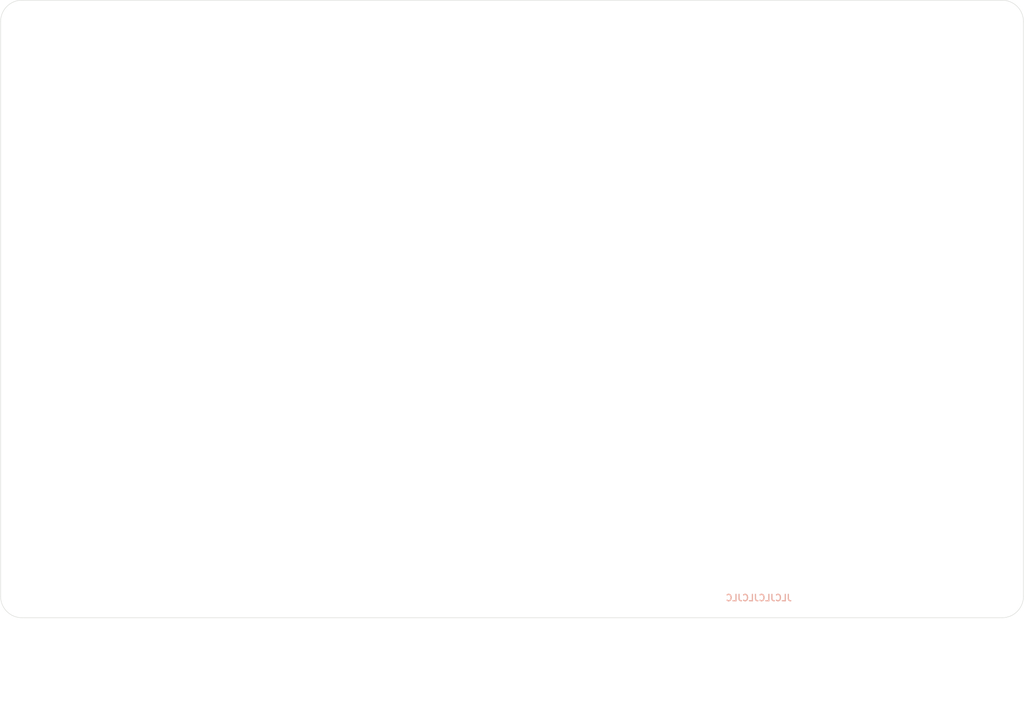
<source format=kicad_pcb>
(kicad_pcb (version 20221018) (generator pcbnew)
  (title_block (title "Team Timer Diffuser") (date "2023-05-22") (rev "0.3b") (company "Garden State Combat Robotics League") (comment 3 "Kim Chase") (comment 4 "trans rights, trans fights"))
  (layers (0 "F.Cu" signal) (31 "B.Cu" signal) (34 "B.Paste" user) (35 "F.Paste" user) (36 "B.SilkS" user "B.Silkscreen") (37 "F.SilkS" user "F.Silkscreen") (38 "B.Mask" user) (39 "F.Mask" user) (44 "Edge.Cuts" user))
  (net 0 "")
  (footprint "MountingHole:MountingHole_3.2mm_M3" (layer "F.Cu") (at 259.975 19.675)
    (fp_text reference "H2" hide)
    (fp_text value "MountingHole")
    (pad "" np_thru_hole circle locked (at 0 0) (size 3.2 3.2) (drill 3.2) (layers "*.Cu" "*.Mask"))
  )
  (footprint "MountingHole:MountingHole_3.2mm_M3" (layer "F.Cu") (at 260 155)
    (fp_text reference "H4" hide)
    (fp_text value "MountingHole")
    (pad "" np_thru_hole circle locked (at 0 0) (size 3.2 3.2) (drill 3.2) (layers "*.Cu" "*.Mask"))
  )
  (footprint "MountingHole:MountingHole_3.2mm_M3" (layer "F.Cu") (at 30 20)
    (fp_text reference "H1" hide)
    (fp_text value "MountingHole")
    (pad "" np_thru_hole circle locked (at 0 0) (size 3.2 3.2) (drill 3.2) (layers "*.Cu" "*.Mask"))
  )
  (footprint "MountingHole:MountingHole_3.2mm_M3" (layer "F.Cu") (at 30 155)
    (fp_text reference "H3" hide)
    (fp_text value "MountingHole")
    (pad "" np_thru_hole circle locked (at 0 0) (size 3.2 3.2) (drill 3.2) (layers "*.Cu" "*.Mask"))
  )
  (gr_line locked (start 265 20) (end 265 155) (stroke (width 0.1)) (layer "Edge.Cuts"))
  (gr_line locked (start 260 160) (end 30 160) (stroke (width 0.1)) (layer "Edge.Cuts"))
  (gr_arc locked (start 260 15) (mid 263.535534 16.464466) (end 265 20) (stroke (width 0.1)) (layer "Edge.Cuts"))
  (gr_line locked (start 25 155) (end 25 20) (stroke (width 0.1)) (layer "Edge.Cuts"))
  (gr_arc locked (start 25 20) (mid 26.464466 16.464466) (end 30 15) (stroke (width 0.1)) (layer "Edge.Cuts"))
  (gr_arc locked (start 265 155) (mid 263.535534 158.535534) (end 260 160) (stroke (width 0.1)) (layer "Edge.Cuts"))
  (gr_line locked (start 30 15) (end 260 15) (stroke (width 0.1)) (layer "Edge.Cuts"))
  (gr_arc locked (start 30 160) (mid 26.464466 158.535534) (end 25 155) (stroke (width 0.1)) (layer "Edge.Cuts"))
  (gr_text "JLCJLCJLCJLC" (at 210.82 156.21) (layer "B.SilkS") (effects (font (size 1.5 1.5) (thickness 0.3) bold) (justify left bottom mirror)))
)
</source>
